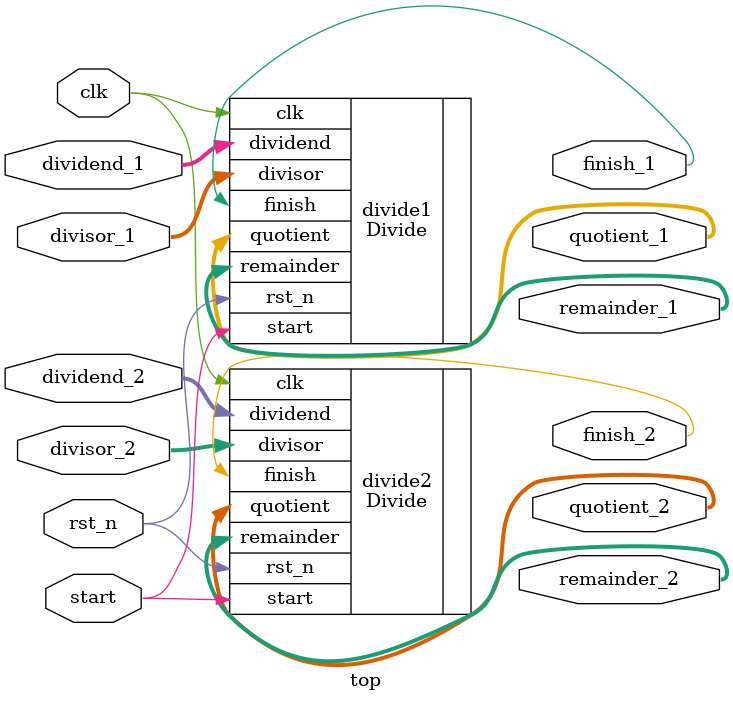
<source format=v>
module top #(parameter WIDTH = 8)(
    // input
    input                clk,
    input                rst_n,
    input                start,

    // 1st copy 
    input  [  WIDTH-1:0] dividend_1,
    input  [  WIDTH-1:0] dividend_2,

    // 2nd copy
    input  [  WIDTH-1:0] divisor_1,
    input  [  WIDTH-1:0] divisor_2,

    // output
    output [  WIDTH-1:0] quotient_1,
    output [  WIDTH-1:0] quotient_2,
    output [  WIDTH-1:0] remainder_1,
    output [  WIDTH-1:0] remainder_2,

    output               finish_1,
    output               finish_2

    
);

Divide divide1(
    // input
    .clk(clk),
    .rst_n(rst_n),
    .start(start),
    .dividend(dividend_1),  
    .divisor(divisor_1),
    // output
    .quotient(quotient_1),
    .remainder(remainder_1),
    .finish(finish_1)
);

Divide divide2(
    // input
    .clk(clk),
    .rst_n(rst_n),
    .start(start),
    .dividend(dividend_2),  
    .divisor(divisor_2),
    // output
    .quotient(quotient_2),
    .remainder(remainder_2),
    .finish(finish_2)
);

endmodule
</source>
